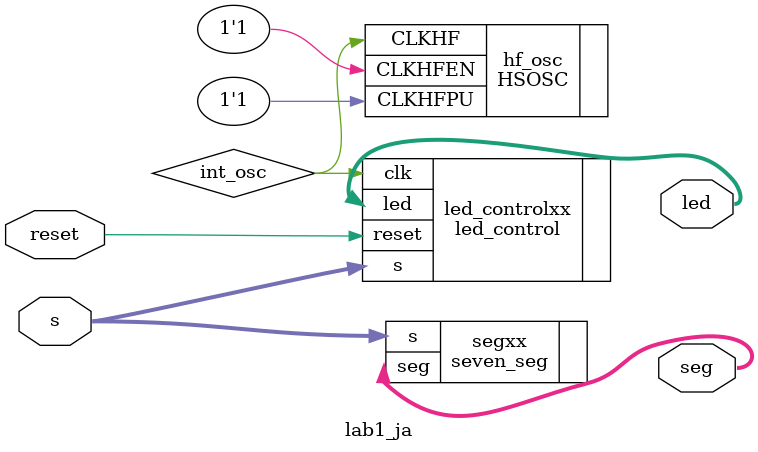
<source format=sv>

module lab1_ja(
	input	logic	reset,
	input 	logic	[3:0] s,
	output 	logic 	[2:0] led,
	output	logic	[6:0] seg
);

	logic int_osc;
	
	// Internal high-speed oscillator
	HSOSC hf_osc (.CLKHFPU(1'b1), .CLKHFEN(1'b1), .CLKHF(int_osc));
	
	// Call the modules
	led_control led_controlxx(.clk(int_osc), .reset(reset), .s(s), .led(led));
	seven_seg    segxx(.s(s), .seg(seg));
	
endmodule

</source>
